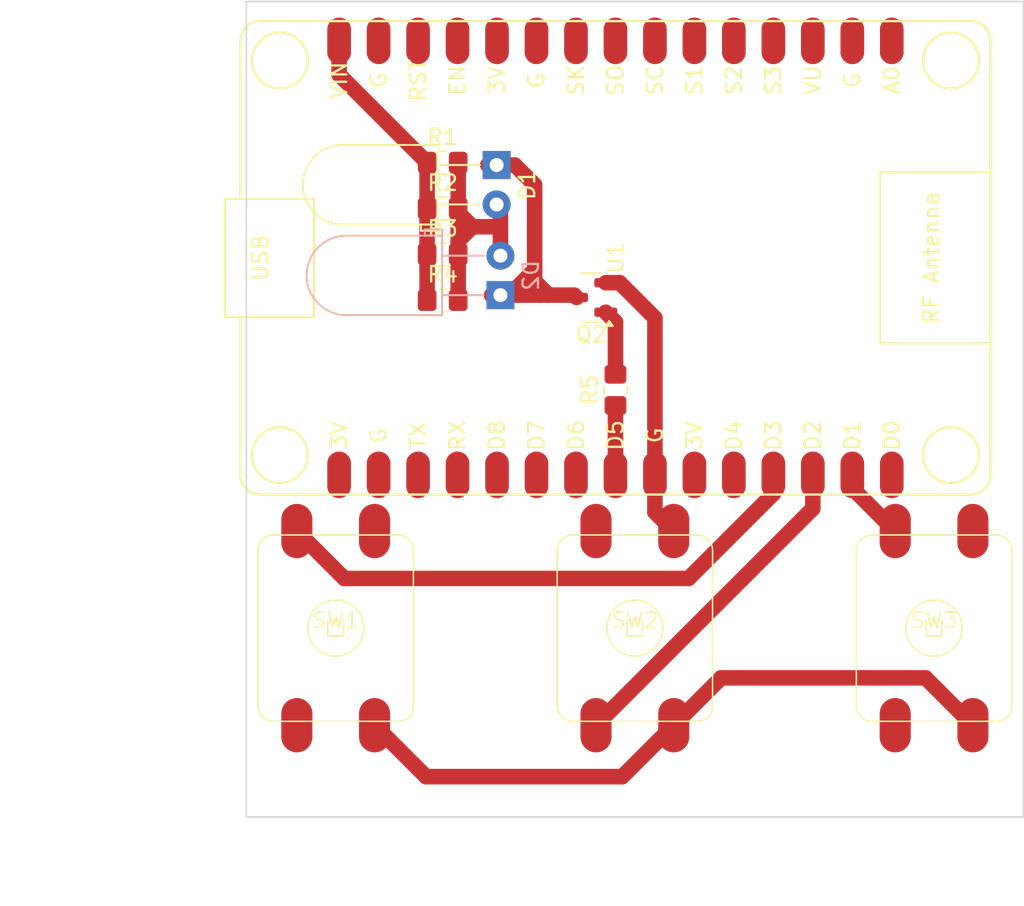
<source format=kicad_pcb>
(kicad_pcb (version 20241229) (generator "pcbnew") (generator_version "9.0")
  (layers (0 "F.Cu" signal) (2 "B.Cu" signal) (13 "F.Paste" user) (15 "B.Paste" user) (5 "F.SilkS" user "F.Silkscreen") (7 "B.SilkS" user "B.Silkscreen") (1 "F.Mask" user) (3 "B.Mask" user) (25 "Edge.Cuts" user))
  (net 0 "")
  (net 1 "GND")
  (net 2 "Net-(D1-K)")
  (net 5 "/button_up")
  (net 7 "/IR_LED")
  (net 11 "/button_on")
  (net 17 "+3V3")
  (net 23 "/button_down")
  (net 24 "VCC")
  (net 32 "Net-(D1-A)")
  (net 33 "Net-(Q2-B)")
  (footprint "ESP8266:NodeMCU1.0(12-E)" (layer "F.Cu") (at 117.5 111.5 -90)
    (property "Reference" "U1" (at 0 0 90) (layer "F.SilkS"))
    (property "Value" "NodeMCU1.0(ESP-12E)")
    (fp_line (start -3.8 25.13) (end -3.8 19.4) (stroke (width 0.15)) (layer "F.SilkS"))
    (fp_line (start 3.8 25.13) (end -3.8 25.13) (stroke (width 0.15)) (layer "F.SilkS"))
    (fp_line (start -3.8 24.13) (end -13.97 24.13) (stroke (width 0.15)) (layer "F.SilkS"))
    (fp_line (start 13.98 24.13) (end 3.81 24.13) (stroke (width 0.15)) (layer "F.SilkS"))
    (fp_line (start -3.8 19.4) (end 3.8 19.4) (stroke (width 0.15)) (layer "F.SilkS"))
    (fp_line (start 3.8 19.4) (end 3.8 25.13) (stroke (width 0.15)) (layer "F.SilkS"))
    (fp_line (start -5.5 -17) (end -5.5 -24.13) (stroke (width 0.15)) (layer "F.SilkS"))
    (fp_line (start 5.5 -17) (end -5.5 -17) (stroke (width 0.15)) (layer "F.SilkS"))
    (fp_line (start -15.24 -22.86) (end -15.24 22.86) (stroke (width 0.15)) (layer "F.SilkS"))
    (fp_line (start 15.24 -22.86) (end 15.24 22.86) (stroke (width 0.15)) (layer "F.SilkS"))
    (fp_line (start 5.5 -24.13) (end 5.5 -17) (stroke (width 0.15)) (layer "F.SilkS"))
    (fp_line (start 13.97 -24.13) (end -13.97 -24.13) (stroke (width 0.15)) (layer "F.SilkS"))
    (fp_arc (start -13.97 24.13) (mid -14.868026 23.758026) (end -15.24 22.86) (stroke (width 0.15)) (layer "F.SilkS"))
    (fp_arc (start 15.24 22.86) (mid 14.868026 23.758026) (end 13.97 24.13) (stroke (width 0.15)) (layer "F.SilkS"))
    (fp_arc (start -15.24 -22.86) (mid -14.868026 -23.758026) (end -13.97 -24.13) (stroke (width 0.15)) (layer "F.SilkS"))
    (fp_arc (start 13.97 -24.13) (mid 14.868026 -23.758026) (end 15.24 -22.86) (stroke (width 0.15)) (layer "F.SilkS"))
    (fp_circle (center -12.7 21.59) (end -11.43 20.32) (stroke (width 0.15)) (fill no) (layer "F.SilkS"))
    (fp_circle (center 12.7 21.59) (end 13.97 20.32) (stroke (width 0.15)) (fill no) (layer "F.SilkS"))
    (fp_circle (center -12.7 -21.59) (end -11.43 -22.86) (stroke (width 0.15)) (fill no) (layer "F.SilkS"))
    (fp_circle (center 12.7 -21.59) (end 13.97 -22.86) (stroke (width 0.15)) (fill no) (layer "F.SilkS"))
    (fp_text user "3V" (at -11.43 7.62 90) (layer "F.SilkS"))
    (fp_text user "RX" (at 11.43 10.16 90) (layer "F.SilkS"))
    (fp_text user "USB" (at 0 22.86 90) (layer "F.SilkS"))
    (fp_text user "D6" (at 11.43 2.54 90) (layer "F.SilkS"))
    (fp_text user "VU" (at -11.43 -12.7 90) (layer "F.SilkS"))
    (fp_text user "G" (at -11.43 -15.24 90) (layer "F.SilkS"))
    (fp_text user "SC" (at -11.43 -2.54 90) (layer "F.SilkS"))
    (fp_text user "D1" (at 11.43 -15.24 90) (layer "F.SilkS"))
    (fp_text user "G" (at -11.43 5.08 90) (layer "F.SilkS"))
    (fp_text user "SO" (at -11.43 0 90) (layer "F.SilkS"))
    (fp_text user "G" (at 11.43 15.24 90) (layer "F.SilkS"))
    (fp_text user "D3" (at 11.43 -10.16 90) (layer "F.SilkS"))
    (fp_text user "RF Antenna" (at 0 -20.32 90) (layer "F.SilkS"))
    (fp_text user "A0" (at -11.43 -17.78 90) (layer "F.SilkS"))
    (fp_text user "D5" (at 11.43 0 90) (layer "F.SilkS"))
    (fp_text user "3V" (at 11.43 17.78 90) (layer "F.SilkS"))
    (fp_text user "G" (at 11.43 -2.54 90) (layer "F.SilkS"))
    (fp_text user "TX" (at 11.43 12.7 90) (layer "F.SilkS"))
    (fp_text user "VIN" (at -11.43 17.78 90) (layer "F.SilkS"))
    (fp_text user "D4" (at 11.43 -7.62 90) (layer "F.SilkS"))
    (fp_text user "D8" (at 11.43 7.62 90) (layer "F.SilkS"))
    (fp_text user "S3" (at -11.43 -10.16 90) (layer "F.SilkS"))
    (fp_text user "S1" (at -11.43 -5.08 90) (layer "F.SilkS"))
    (fp_text user "SK" (at -11.43 2.54 90) (layer "F.SilkS"))
    (fp_text user "D0" (at 11.43 -17.78 90) (layer "F.SilkS"))
    (fp_text user "D7" (at 11.43 5.08 90) (layer "F.SilkS"))
    (fp_text user "G" (at -11.43 15.24 90) (layer "F.SilkS"))
    (fp_text user "RST" (at -11.43 12.7 90) (layer "F.SilkS"))
    (fp_text user "S2" (at -11.43 -7.62 90) (layer "F.SilkS"))
    (fp_text user "EN" (at -11.43 10.16 90) (layer "F.SilkS"))
    (fp_text user "D2" (at 11.43 -12.7 90) (layer "F.SilkS"))
    (fp_text user "3V" (at 11.43 -5.08 90) (layer "F.SilkS"))
    (pad "1" smd oval (at -13.97 -17.78 270) (size 3 1.524) (layers "F.Cu" "F.Mask" "F.Paste"))
    (pad "2" smd oval (at -13.97 -15.24 270) (size 3 1.524) (layers "F.Cu" "F.Mask" "F.Paste"))
    (pad "3" smd oval (at -13.97 -12.7 270) (size 3 1.524) (layers "F.Cu" "F.Mask" "F.Paste"))
    (pad "4" smd oval (at -13.97 -10.16 270) (size 3 1.524) (layers "F.Cu" "F.Mask" "F.Paste"))
    (pad "5" smd oval (at -13.97 -7.62 270) (size 3 1.524) (layers "F.Cu" "F.Mask" "F.Paste"))
    (pad "6" smd oval (at -13.97 -5.08 270) (size 3 1.524) (layers "F.Cu" "F.Mask" "F.Paste"))
    (pad "7" smd oval (at -13.97 -2.54 270) (size 3 1.524) (layers "F.Cu" "F.Mask" "F.Paste"))
    (pad "8" smd oval (at -13.97 0 270) (size 3 1.524) (layers "F.Cu" "F.Mask" "F.Paste"))
    (pad "9" smd oval (at -13.97 2.54 270) (size 3 1.524) (layers "F.Cu" "F.Mask" "F.Paste"))
    (pad "10" smd oval (at -13.97 5.08 270) (size 3 1.524) (layers "F.Cu" "F.Mask" "F.Paste"))
    (pad "11" smd oval (at -13.97 7.62 270) (size 3 1.524) (layers "F.Cu" "F.Mask" "F.Paste") (net 17 "+3V3"))
    (pad "12" smd oval (at -13.97 10.16 270) (size 3 1.524) (layers "F.Cu" "F.Mask" "F.Paste"))
    (pad "13" smd oval (at -13.97 12.7 270) (size 3 1.524) (layers "F.Cu" "F.Mask" "F.Paste"))
    (pad "14" smd oval (at -13.97 15.24 270) (size 3 1.524) (layers "F.Cu" "F.Mask" "F.Paste"))
    (pad "15" smd oval (at -13.97 17.78 270) (size 3 1.524) (layers "F.Cu" "F.Mask" "F.Paste") (net 24 "VCC"))
    (pad "16" smd oval (at 13.97 17.78 270) (size 3 1.524) (layers "F.Cu" "F.Mask" "F.Paste"))
    (pad "17" smd oval (at 13.97 15.24 270) (size 3 1.524) (layers "F.Cu" "F.Mask" "F.Paste"))
    (pad "18" smd oval (at 13.97 12.7 270) (size 3 1.524) (layers "F.Cu" "F.Mask" "F.Paste"))
    (pad "19" smd oval (at 13.97 10.16 270) (size 3 1.524) (layers "F.Cu" "F.Mask" "F.Paste"))
    (pad "20" smd oval (at 13.97 7.62 270) (size 3 1.524) (layers "F.Cu" "F.Mask" "F.Paste"))
    (pad "21" smd oval (at 13.97 5.08 270) (size 3 1.524) (layers "F.Cu" "F.Mask" "F.Paste"))
    (pad "22" smd oval (at 13.97 2.54 270) (size 3 1.524) (layers "F.Cu" "F.Mask" "F.Paste"))
    (pad "23" smd oval (at 13.97 0 270) (size 3 1.524) (layers "F.Cu" "F.Mask" "F.Paste") (net 7 "/IR_LED"))
    (pad "24" smd oval (at 13.97 -2.54 270) (size 3 1.524) (layers "F.Cu" "F.Mask" "F.Paste") (net 1 "GND"))
    (pad "25" smd oval (at 13.97 -5.08 270) (size 3 1.524) (layers "F.Cu" "F.Mask" "F.Paste"))
    (pad "26" smd oval (at 13.97 -7.62 270) (size 3 1.524) (layers "F.Cu" "F.Mask" "F.Paste"))
    (pad "27" smd oval (at 13.97 -10.16 270) (size 3 1.524) (layers "F.Cu" "F.Mask" "F.Paste") (net 11 "/button_on"))
    (pad "28" smd oval (at 13.97 -12.7 270) (size 3 1.524) (layers "F.Cu" "F.Mask" "F.Paste") (net 5 "/button_up"))
    (pad "29" smd oval (at 13.97 -15.24 270) (size 3 1.524) (layers "F.Cu" "F.Mask" "F.Paste") (net 23 "/button_down"))
    (pad "30" smd oval (at 13.97 -17.78 270) (size 3 1.524) (layers "F.Cu" "F.Mask" "F.Paste"))
  )
  (footprint "Library:my_push_button" (layer "F.Cu") (at 138 135.33857)
    (property "Reference" "SW3" (at 0 -0.5 0) (layer "F.SilkS") (effects (font (thickness 0.1))))
    (property "Value" "SW_DOWN")
    (fp_line (start -5 5) (end -5 -5) (stroke (width 0.1)) (layer "F.SilkS"))
    (fp_line (start -4 -6) (end 4 -6) (stroke (width 0.1)) (layer "F.SilkS"))
    (fp_line (start 4.103148 6) (end -3.992893 6) (stroke (width 0.1)) (layer "F.SilkS"))
    (fp_line (start 5 -5) (end 5 5) (stroke (width 0.1)) (layer "F.SilkS"))
    (fp_rect (start -0.5 -0.5) (end 0.5 0.5) (stroke (width 0.1)) (fill no) (layer "F.SilkS"))
    (fp_arc (start -5 -5) (mid -4.707107 -5.707107) (end -4 -6) (stroke (width 0.1)) (layer "F.SilkS"))
    (fp_arc (start -4 6) (mid -4.707107 5.707107) (end -5 5) (stroke (width 0.1)) (layer "F.SilkS"))
    (fp_arc (start 4 -6) (mid 4.707107 -5.707107) (end 5 -5) (stroke (width 0.1)) (layer "F.SilkS"))
    (fp_arc (start 5 5) (mid 4.766161 5.687267) (end 4.103148 5.982954) (stroke (width 0.1)) (layer "F.SilkS"))
    (fp_circle (center 0 0) (end -1 -1.5) (stroke (width 0.1)) (fill no) (layer "F.SilkS"))
    (pad "1" smd oval (at -2.5 -6.25) (size 2 3.5) (layers "F.Cu" "F.Mask" "F.Paste") (net 23 "/button_down"))
    (pad "1" smd oval (at -2.5 6.25) (size 2 3.5) (layers "F.Cu" "F.Mask" "F.Paste") (net 23 "/button_down"))
    (pad "2" smd oval (at 2.5 -6.25) (size 2 3.5) (layers "F.Cu" "F.Mask" "F.Paste") (net 1 "GND"))
    (pad "2" smd oval (at 2.5 6.25) (size 2 3.5) (layers "F.Cu" "F.Mask" "F.Paste") (net 1 "GND"))
  )
  (footprint "Library:my_push_button" (layer "F.Cu") (at 118.75 135.33857)
    (property "Reference" "SW2" (at 0 -0.5 0) (layer "F.SilkS") (effects (font (thickness 0.1))))
    (property "Value" "SW_Up")
    (fp_line (start -5 5) (end -5 -5) (stroke (width 0.1)) (layer "F.SilkS"))
    (fp_line (start -4 -6) (end 4 -6) (stroke (width 0.1)) (layer "F.SilkS"))
    (fp_line (start 4.103148 6) (end -3.992893 6) (stroke (width 0.1)) (layer "F.SilkS"))
    (fp_line (start 5 -5) (end 5 5) (stroke (width 0.1)) (layer "F.SilkS"))
    (fp_rect (start -0.5 -0.5) (end 0.5 0.5) (stroke (width 0.1)) (fill no) (layer "F.SilkS"))
    (fp_arc (start -5 -5) (mid -4.707107 -5.707107) (end -4 -6) (stroke (width 0.1)) (layer "F.SilkS"))
    (fp_arc (start -4 6) (mid -4.707107 5.707107) (end -5 5) (stroke (width 0.1)) (layer "F.SilkS"))
    (fp_arc (start 4 -6) (mid 4.707107 -5.707107) (end 5 -5) (stroke (width 0.1)) (layer "F.SilkS"))
    (fp_arc (start 5 5) (mid 4.766161 5.687267) (end 4.103148 5.982954) (stroke (width 0.1)) (layer "F.SilkS"))
    (fp_circle (center 0 0) (end -1 -1.5) (stroke (width 0.1)) (fill no) (layer "F.SilkS"))
    (pad "1" smd oval (at -2.5 -6.25) (size 2 3.5) (layers "F.Cu" "F.Mask" "F.Paste") (net 5 "/button_up"))
    (pad "1" smd oval (at -2.5 6.25) (size 2 3.5) (layers "F.Cu" "F.Mask" "F.Paste") (net 5 "/button_up"))
    (pad "2" smd oval (at 2.5 -6.25) (size 2 3.5) (layers "F.Cu" "F.Mask" "F.Paste") (net 1 "GND"))
    (pad "2" smd oval (at 2.5 6.25) (size 2 3.5) (layers "F.Cu" "F.Mask" "F.Paste") (net 1 "GND"))
  )
  (footprint "LED_THT:LED_D5.0mm_Horizontal_O3.81mm_Z9.0mm" (layer "F.Cu") (at 109.855 105.525 -90)
    (property "Reference" "D1" (at 1.27 -1.96 90) (layer "F.SilkS"))
    (property "Value" "LED_IR")
    (fp_line (start 3.83 4.87) (end 3.83 3.75) (stroke (width 0.12)) (layer "F.SilkS"))
    (fp_line (start 4.23 4.87) (end 3.83 4.87) (stroke (width 0.12)) (layer "F.SilkS"))
    (fp_line (start -1.29 3.75) (end -1.29 9.91) (stroke (width 0.12)) (layer "F.SilkS"))
    (fp_line (start -1.29 3.75) (end 3.83 3.75) (stroke (width 0.12)) (layer "F.SilkS"))
    (fp_line (start 0 3.75) (end 0 1.08) (stroke (width 0.12)) (layer "F.SilkS"))
    (fp_line (start 2.54 3.75) (end 2.54 1.08) (stroke (width 0.12)) (layer "F.SilkS"))
    (fp_line (start 3.83 3.75) (end 3.83 9.91) (stroke (width 0.12)) (layer "F.SilkS"))
    (fp_line (start 3.83 3.75) (end 4.23 3.75) (stroke (width 0.12)) (layer "F.SilkS"))
    (fp_line (start 4.23 3.75) (end 4.23 4.87) (stroke (width 0.12)) (layer "F.SilkS"))
    (fp_line (start 0 1.08) (end 0 3.75) (stroke (width 0.12)) (layer "F.SilkS"))
    (fp_line (start 2.54 1.08) (end 2.54 3.75) (stroke (width 0.12)) (layer "F.SilkS"))
    (fp_arc (start 3.83 9.91) (mid 1.27 12.47) (end -1.29 9.91) (stroke (width 0.12)) (layer "F.SilkS"))
    (pad "1" thru_hole rect (at 0 0 270) (size 1.8 1.8) (drill 0.9) (layers "*.Cu" "*.Mask") (net 2 "Net-(D1-K)"))
    (pad "2" thru_hole circle (at 2.54 0 270) (size 1.8 1.8) (drill 0.9) (layers "*.Cu" "*.Mask") (net 32 "Net-(D1-A)"))
  )
  (footprint "Library:my_push_button" (layer "F.Cu") (at 99.5 135.33857)
    (property "Reference" "SW1" (at 0 -0.5 0) (layer "F.SilkS") (effects (font (thickness 0.1))))
    (property "Value" "SW_ON")
    (fp_line (start -5 5) (end -5 -5) (stroke (width 0.1)) (layer "F.SilkS"))
    (fp_line (start -4 -6) (end 4 -6) (stroke (width 0.1)) (layer "F.SilkS"))
    (fp_line (start 4.103148 6) (end -3.992893 6) (stroke (width 0.1)) (layer "F.SilkS"))
    (fp_line (start 5 -5) (end 5 5) (stroke (width 0.1)) (layer "F.SilkS"))
    (fp_rect (start -0.5 -0.5) (end 0.5 0.5) (stroke (width 0.1)) (fill no) (layer "F.SilkS"))
    (fp_arc (start -5 -5) (mid -4.707107 -5.707107) (end -4 -6) (stroke (width 0.1)) (layer "F.SilkS"))
    (fp_arc (start -4 6) (mid -4.707107 5.707107) (end -5 5) (stroke (width 0.1)) (layer "F.SilkS"))
    (fp_arc (start 4 -6) (mid 4.707107 -5.707107) (end 5 -5) (stroke (width 0.1)) (layer "F.SilkS"))
    (fp_arc (start 5 5) (mid 4.766161 5.687267) (end 4.103148 5.982954) (stroke (width 0.1)) (layer "F.SilkS"))
    (fp_circle (center 0 0) (end -1 -1.5) (stroke (width 0.1)) (fill no) (layer "F.SilkS"))
    (pad "1" smd oval (at -2.5 -6.25) (size 2 3.5) (layers "F.Cu" "F.Mask" "F.Paste") (net 11 "/button_on"))
    (pad "1" smd oval (at -2.5 6.25) (size 2 3.5) (layers "F.Cu" "F.Mask" "F.Paste") (net 11 "/button_on"))
    (pad "2" smd oval (at 2.5 -6.25) (size 2 3.5) (layers "F.Cu" "F.Mask" "F.Paste") (net 1 "GND"))
    (pad "2" smd oval (at 2.5 6.25) (size 2 3.5) (layers "F.Cu" "F.Mask" "F.Paste") (net 1 "GND"))
  )
  (footprint "Resistor_SMD:R_0805_2012Metric_Pad1.20x1.40mm_HandSolder" (layer "F.Cu") (at 106.381939 114.220325)
    (property "Reference" "R4" (at 0 -1.65 0) (layer "F.SilkS"))
    (property "Value" "100")
    (fp_line (start -0.227064 -0.735) (end 0.227064 -0.735) (stroke (width 0.12)) (layer "F.SilkS"))
    (fp_line (start -0.227064 0.735) (end 0.227064 0.735) (stroke (width 0.12)) (layer "F.SilkS"))
    (pad "1" smd roundrect (at -1 0) (size 1.2 1.4) (layers "F.Cu" "F.Mask" "F.Paste") (roundrect_rratio 0.208333) (net 24 "VCC"))
    (pad "2" smd roundrect (at 1 0) (size 1.2 1.4) (layers "F.Cu" "F.Mask" "F.Paste") (roundrect_rratio 0.208333) (net 32 "Net-(D1-A)"))
  )
  (footprint "Resistor_SMD:R_0805_2012Metric_Pad1.20x1.40mm_HandSolder" (layer "F.Cu") (at 106.381939 111.270325)
    (property "Reference" "R3" (at 0 -1.65 0) (layer "F.SilkS"))
    (property "Value" "100")
    (fp_line (start -0.227064 -0.735) (end 0.227064 -0.735) (stroke (width 0.12)) (layer "F.SilkS"))
    (fp_line (start -0.227064 0.735) (end 0.227064 0.735) (stroke (width 0.12)) (layer "F.SilkS"))
    (pad "1" smd roundrect (at -1 0) (size 1.2 1.4) (layers "F.Cu" "F.Mask" "F.Paste") (roundrect_rratio 0.208333) (net 24 "VCC"))
    (pad "2" smd roundrect (at 1 0) (size 1.2 1.4) (layers "F.Cu" "F.Mask" "F.Paste") (roundrect_rratio 0.208333) (net 32 "Net-(D1-A)"))
  )
  (footprint "Resistor_SMD:R_0805_2012Metric_Pad1.20x1.40mm_HandSolder" (layer "F.Cu") (at 117.5 120 90)
    (property "Reference" "R5" (at 0 -1.65 90) (layer "F.SilkS"))
    (property "Value" "1k")
    (fp_line (start -0.227064 -0.735) (end 0.227064 -0.735) (stroke (width 0.12)) (layer "F.SilkS"))
    (fp_line (start -0.227064 0.735) (end 0.227064 0.735) (stroke (width 0.12)) (layer "F.SilkS"))
    (pad "1" smd roundrect (at -1 0 90) (size 1.2 1.4) (layers "F.Cu" "F.Mask" "F.Paste") (roundrect_rratio 0.208333) (net 7 "/IR_LED"))
    (pad "2" smd roundrect (at 1 0 90) (size 1.2 1.4) (layers "F.Cu" "F.Mask" "F.Paste") (roundrect_rratio 0.208333) (net 33 "Net-(Q2-B)"))
  )
  (footprint "Resistor_SMD:R_0805_2012Metric_Pad1.20x1.40mm_HandSolder" (layer "F.Cu") (at 106.381939 105.370325)
    (property "Reference" "R1" (at 0 -1.65 0) (layer "F.SilkS"))
    (property "Value" "100")
    (fp_line (start -0.227064 -0.735) (end 0.227064 -0.735) (stroke (width 0.12)) (layer "F.SilkS"))
    (fp_line (start -0.227064 0.735) (end 0.227064 0.735) (stroke (width 0.12)) (layer "F.SilkS"))
    (pad "1" smd roundrect (at -1 0) (size 1.2 1.4) (layers "F.Cu" "F.Mask" "F.Paste") (roundrect_rratio 0.208333) (net 24 "VCC"))
    (pad "2" smd roundrect (at 1 0) (size 1.2 1.4) (layers "F.Cu" "F.Mask" "F.Paste") (roundrect_rratio 0.208333) (net 32 "Net-(D1-A)"))
  )
  (footprint "Package_TO_SOT_SMD:SOT-23" (layer "F.Cu") (at 115.9375 114.05 180)
    (property "Reference" "Q2" (at 0 -2.4 0) (layer "F.SilkS"))
    (property "Value" "SS8050")
    (fp_line (start 0 1.56) (end 0.65 1.56) (stroke (width 0.12)) (layer "F.SilkS"))
    (fp_line (start 0 1.56) (end -0.65 1.56) (stroke (width 0.12)) (layer "F.SilkS"))
    (fp_line (start 0 -1.56) (end 0.65 -1.56) (stroke (width 0.12)) (layer "F.SilkS"))
    (fp_line (start 0 -1.56) (end -0.65 -1.56) (stroke (width 0.12)) (layer "F.SilkS"))
    (fp_poly (pts (xy -1.1625 -1.51) (xy -1.4025 -1.84) (xy -0.9225 -1.84)) (stroke (width 0.12)) (fill yes) (layer "F.SilkS"))
    (pad "1" smd roundrect (at -0.9375 -0.95 180) (size 1.475 0.6) (layers "F.Cu" "F.Mask" "F.Paste") (net 33 "Net-(Q2-B)"))
    (pad "2" smd roundrect (at -0.9375 0.95 180) (size 1.475 0.6) (layers "F.Cu" "F.Mask" "F.Paste") (net 1 "GND"))
    (pad "3" smd roundrect (at 0.9375 0 180) (size 1.475 0.6) (layers "F.Cu" "F.Mask" "F.Paste") (net 2 "Net-(D1-K)"))
  )
  (footprint "Resistor_SMD:R_0805_2012Metric_Pad1.20x1.40mm_HandSolder" (layer "F.Cu") (at 106.381939 108.320325)
    (property "Reference" "R2" (at 0 -1.65 0) (layer "F.SilkS"))
    (property "Value" "100")
    (fp_line (start -0.227064 -0.735) (end 0.227064 -0.735) (stroke (width 0.12)) (layer "F.SilkS"))
    (fp_line (start -0.227064 0.735) (end 0.227064 0.735) (stroke (width 0.12)) (layer "F.SilkS"))
    (pad "1" smd roundrect (at -1 0) (size 1.2 1.4) (layers "F.Cu" "F.Mask" "F.Paste") (roundrect_rratio 0.208333) (net 24 "VCC"))
    (pad "2" smd roundrect (at 1 0) (size 1.2 1.4) (layers "F.Cu" "F.Mask" "F.Paste") (roundrect_rratio 0.208333) (net 32 "Net-(D1-A)"))
  )
  (footprint "LED_THT:LED_D5.0mm_Horizontal_O3.81mm_Z9.0mm" (layer "B.Cu") (at 110.1 113.9 90)
    (property "Reference" "D2" (at 1.27 1.96 90) (layer "B.SilkS") (effects (justify mirror)))
    (property "Value" "LED_IR")
    (fp_line (start 4.23 -4.87) (end 3.83 -4.87) (stroke (width 0.12)) (layer "B.SilkS"))
    (fp_line (start 3.83 -4.87) (end 3.83 -3.75) (stroke (width 0.12)) (layer "B.SilkS"))
    (fp_line (start 4.23 -3.75) (end 4.23 -4.87) (stroke (width 0.12)) (layer "B.SilkS"))
    (fp_line (start 3.83 -3.75) (end 3.83 -9.91) (stroke (width 0.12)) (layer "B.SilkS"))
    (fp_line (start 3.83 -3.75) (end 4.23 -3.75) (stroke (width 0.12)) (layer "B.SilkS"))
    (fp_line (start 2.54 -3.75) (end 2.54 -1.08) (stroke (width 0.12)) (layer "B.SilkS"))
    (fp_line (start 0 -3.75) (end 0 -1.08) (stroke (width 0.12)) (layer "B.SilkS"))
    (fp_line (start -1.29 -3.75) (end -1.29 -9.91) (stroke (width 0.12)) (layer "B.SilkS"))
    (fp_line (start -1.29 -3.75) (end 3.83 -3.75) (stroke (width 0.12)) (layer "B.SilkS"))
    (fp_line (start 2.54 -1.08) (end 2.54 -3.75) (stroke (width 0.12)) (layer "B.SilkS"))
    (fp_line (start 0 -1.08) (end 0 -3.75) (stroke (width 0.12)) (layer "B.SilkS"))
    (fp_arc (start -1.29 -9.91) (mid 1.27 -12.47) (end 3.83 -9.91) (stroke (width 0.12)) (layer "B.SilkS"))
    (pad "1" thru_hole rect (at 0 0 90) (size 1.8 1.8) (drill 0.9) (layers "*.Cu" "*.Mask") (net 2 "Net-(D1-K)"))
    (pad "2" thru_hole circle (at 2.54 0 90) (size 1.8 1.8) (drill 0.9) (layers "*.Cu" "*.Mask") (net 32 "Net-(D1-A)"))
  )
  (gr_rect (start 93.751588 95) (end 143.751588 147.5) (stroke (width 0.1)) (fill no) (layer "Edge.Cuts"))
  (segment (start 121.25 141.58857) (end 117.93857 144.9) (width 1) (layer "F.Cu") (net 1))
  (segment (start 120.04 127.87857) (end 120.04 125.47) (width 1) (layer "F.Cu") (net 1))
  (segment (start 120.04 115.37132) (end 120.04 125.47) (width 1) (layer "F.Cu") (net 1))
  (segment (start 116.875 113.1) (end 117.76868 113.1) (width 1) (layer "F.Cu") (net 1))
  (segment (start 121.25 141.58857) (end 124.301 138.53757) (width 1) (layer "F.Cu") (net 1))
  (segment (start 124.301 138.53757) (end 137.449 138.53757) (width 1) (layer "F.Cu") (net 1))
  (segment (start 137.449 138.53757) (end 140.5 141.58857) (width 1) (layer "F.Cu") (net 1))
  (segment (start 105.31143 144.9) (end 102 141.58857) (width 1) (layer "F.Cu") (net 1))
  (segment (start 121.25 129.08857) (end 120.04 127.87857) (width 1) (layer "F.Cu") (net 1))
  (segment (start 117.93857 144.9) (end 105.31143 144.9) (width 1) (layer "F.Cu") (net 1))
  (segment (start 117.76868 113.1) (end 120.04 115.37132) (width 1) (layer "F.Cu") (net 1))
  (segment (start 110.1 113.9) (end 112.6 113.9) (width 1) (layer "F.Cu") (net 2))
  (segment (start 112.036342 112.736342) (end 112.036342 112.536342) (width 1) (layer "F.Cu") (net 2))
  (segment (start 112.6 113.9) (end 113.2 113.9) (width 1) (layer "F.Cu") (net 2))
  (segment (start 112.301 112.271685) (end 112.301 106.801) (width 1) (layer "F.Cu") (net 2))
  (segment (start 113.2 113.9) (end 114.85 113.9) (width 1) (layer "F.Cu") (net 2))
  (segment (start 110.1 113.9) (end 109.527315 113.9) (width 1) (layer "F.Cu") (net 2))
  (segment (start 111.025 105.525) (end 109.855 105.525) (width 1) (layer "F.Cu") (net 2))
  (segment (start 113.2 113.9) (end 112.036342 112.736342) (width 1) (layer "F.Cu") (net 2))
  (segment (start 110.672685 113.9) (end 112.036342 112.536342) (width 1) (layer "F.Cu") (net 2))
  (segment (start 112.036342 112.536342) (end 112.301 112.271685) (width 1) (layer "F.Cu") (net 2))
  (segment (start 114.85 113.9) (end 115 114.05) (width 1) (layer "F.Cu") (net 2))
  (segment (start 109.282315 105.525) (end 109.855 105.525) (width 1) (layer "F.Cu") (net 2))
  (segment (start 110.1 113.9) (end 110.672685 113.9) (width 1) (layer "F.Cu") (net 2))
  (segment (start 112.301 106.801) (end 111.025 105.525) (width 1) (layer "F.Cu") (net 2))
  (segment (start 112.301 113.601) (end 112.6 113.9) (width 1) (layer "F.Cu") (net 2))
  (segment (start 112.301 112.271685) (end 112.301 113.601) (width 1) (layer "F.Cu") (net 2))
  (segment (start 116.25 141.58857) (end 130.2 127.63857) (width 1) (layer "F.Cu") (net 5))
  (segment (start 130.2 127.63857) (end 130.2 125.47) (width 1) (layer "F.Cu") (net 5))
  (segment (start 117.5 125.47) (end 117.5 121) (width 1) (layer "F.Cu") (net 7))
  (segment (start 100.051 132.13957) (end 122.203105 132.13957) (width 1) (layer "F.Cu") (net 11))
  (segment (start 127.66 126.682675) (end 127.66 125.47) (width 1) (layer "F.Cu") (net 11))
  (segment (start 97 129.08857) (end 100.051 132.13957) (width 1) (layer "F.Cu") (net 11))
  (segment (start 122.203105 132.13957) (end 127.66 126.682675) (width 1) (layer "F.Cu") (net 11))
  (segment (start 135.5 129.08857) (end 132.74 126.32857) (width 1) (layer "F.Cu") (net 23))
  (segment (start 132.74 126.32857) (end 132.74 125.47) (width 1) (layer "F.Cu") (net 23))
  (segment (start 105.381939 105.370325) (end 105.381939 114.220325) (width 1) (layer "F.Cu") (net 24))
  (segment (start 99.72 97.53) (end 99.72 99.708386) (width 1) (layer "F.Cu") (net 24))
  (segment (start 99.72 99.708386) (end 105.381939 105.370325) (width 1) (layer "F.Cu") (net 24))
  (segment (start 107.381939 110.418061) (end 108.3 109.5) (width 1) (layer "F.Cu") (net 32))
  (segment (start 109.9 109.5) (end 110.1 109.7) (width 1) (layer "F.Cu") (net 32))
  (segment (start 107.381939 108.320325) (end 107.381939 108.581939) (width 1) (layer "F.Cu") (net 32))
  (segment (start 107.381939 108.581939) (end 108.3 109.5) (width 1) (layer "F.Cu") (net 32))
  (segment (start 110.1 109.7) (end 110.1 108.31) (width 1) (layer "F.Cu") (net 32))
  (segment (start 110.1 108.31) (end 109.855 108.065) (width 1) (layer "F.Cu") (net 32))
  (segment (start 107.381939 109.5) (end 108.3 109.5) (width 1) (layer "F.Cu") (net 32))
  (segment (start 107.381939 111.270325) (end 107.381939 110.418061) (width 1) (layer "F.Cu") (net 32))
  (segment (start 110.1 111.36) (end 110.1 109.7) (width 1) (layer "F.Cu") (net 32))
  (segment (start 108.3 109.5) (end 109.9 109.5) (width 1) (layer "F.Cu") (net 32))
  (segment (start 107.381939 105.370325) (end 107.381939 109.5) (width 1) (layer "F.Cu") (net 32))
  (segment (start 107.381939 109.5) (end 107.381939 114.220325) (width 1) (layer "F.Cu") (net 32))
  (segment (start 117.5 119) (end 117.5 115.625) (width 1) (layer "F.Cu") (net 33))
  (segment (start 117.5 115.625) (end 116.875 115) (width 1) (layer "F.Cu") (net 33))
)
</source>
